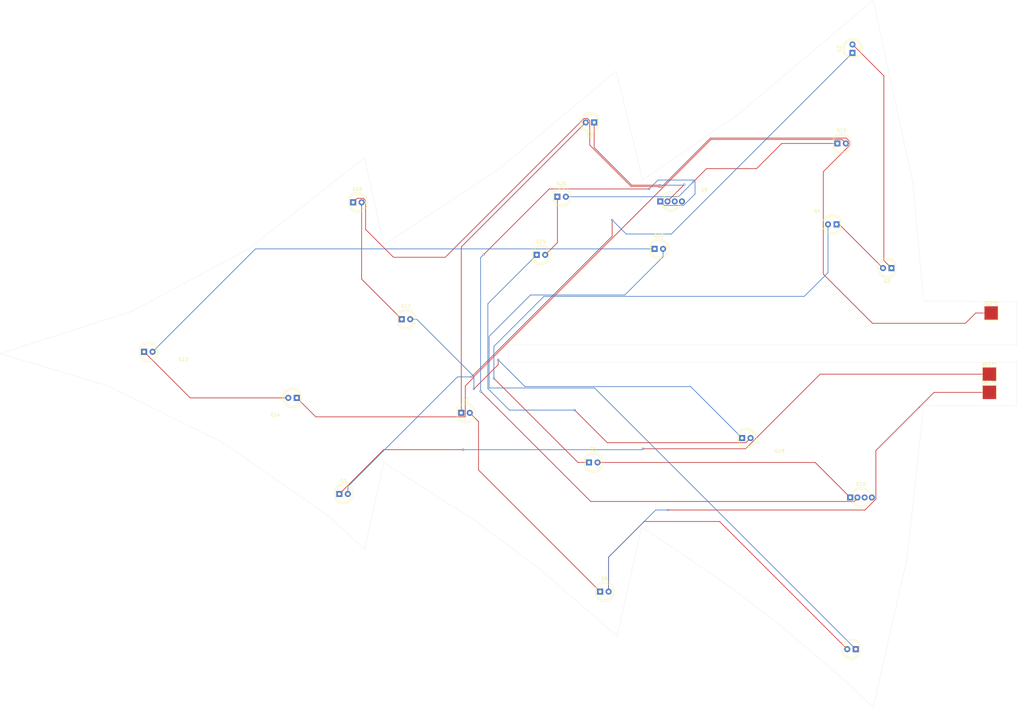
<source format=kicad_pcb>
(kicad_pcb (version 20241229) (generator "pcbnew") (generator_version "9.0")
  (layers (0 "F.Cu" signal) (2 "B.Cu" signal) (13 "F.Paste" user) (15 "B.Paste" user) (5 "F.SilkS" user "F.Silkscreen") (7 "B.SilkS" user "B.Silkscreen") (1 "F.Mask" user) (3 "B.Mask" user) (25 "Edge.Cuts" user))
  (net 0 "")
  (net 1 "Net-(G1-A)")
  (net 2 "Net-(G1-K)")
  (net 3 "Net-(G2-A)")
  (net 4 "Net-(G3-A)")
  (net 5 "Net-(G4-A)")
  (net 6 "Net-(G10-K)")
  (net 7 "Net-(G6-K)")
  (net 8 "Net-(G7-K)")
  (net 9 "Net-(G8-K)")
  (net 10 "Net-(G10-A)")
  (net 11 "Net-(G11-A)")
  (net 12 "Net-(G11-K)")
  (net 13 "Net-(G12-K)")
  (net 14 "Net-(G13-K)")
  (net 15 "Net-(G14-K)")
  (net 16 "Net-(G15-K)")
  (net 17 "Net-(G16-K)")
  (net 18 "Net-(G16-A)")
  (net 19 "Net-(G17-A)")
  (net 20 "Net-(G18-A)")
  (net 21 "Net-(G19-A)")
  (footprint "LED_THT:LED_D5.0mm_Clear" (layer "F.Cu") (at 246.16 26.43)
    (property "Reference" "G15" (at 1.27 -3.96 0) (layer "F.SilkS"))
    (property "Value" "LED")
    (fp_line (start -1.29 -1.545) (end -1.29 1.545) (stroke (width 0.12)) (layer "F.SilkS"))
    (fp_arc (start -1.29 -1.54483) (mid 2.071779 -2.880495) (end 4.26 0) (stroke (width 0.12)) (layer "F.SilkS"))
    (fp_arc (start 4.26 0) (mid 2.071779 2.880495) (end -1.29 1.54483) (stroke (width 0.12)) (layer "F.SilkS"))
    (fp_circle (center 1.27 0) (end 3.77 0) (stroke (width 0.12)) (fill no) (layer "F.SilkS"))
    (pad "1" thru_hole rect (at 0 0) (size 1.8 1.8) (drill 0.9) (layers "*.Cu" "*.Mask") (net 16 "Net-(G15-K)"))
    (pad "2" thru_hole circle (at 2.54 0) (size 1.8 1.8) (drill 0.9) (layers "*.Cu" "*.Mask") (net 15 "Net-(G14-K)"))
  )
  (footprint "TestPoint:TestPoint_Pad_4.0x4.0mm" (layer "F.Cu") (at 291.7 100.97)
    (property "Reference" "REF**" (at 0 -2.898 0) (layer "F.SilkS"))
    (property "Value" "TestPoint_Pad_4.0x4.0mm")
    (fp_line (start -2.2 -2.2) (end 2.2 -2.2) (stroke (width 0.12)) (layer "F.SilkS"))
    (fp_line (start -2.2 2.2) (end -2.2 -2.2) (stroke (width 0.12)) (layer "F.SilkS"))
    (fp_line (start 2.2 -2.2) (end 2.2 2.2) (stroke (width 0.12)) (layer "F.SilkS"))
    (fp_line (start 2.2 2.2) (end -2.2 2.2) (stroke (width 0.12)) (layer "F.SilkS"))
    (pad "1" smd rect (at 0 0) (size 4 4) (layers "F.Cu" "F.Mask") (net 11 "Net-(G11-A)"))
  )
  (footprint "TestPoint:TestPoint_Pad_4.0x4.0mm" (layer "F.Cu") (at 292.21 77.2)
    (property "Reference" "REF**" (at 0 -2.898 0) (layer "F.SilkS"))
    (property "Value" "TestPoint_Pad_4.0x4.0mm")
    (fp_line (start -2.2 -2.2) (end 2.2 -2.2) (stroke (width 0.12)) (layer "F.SilkS"))
    (fp_line (start -2.2 2.2) (end -2.2 -2.2) (stroke (width 0.12)) (layer "F.SilkS"))
    (fp_line (start 2.2 -2.2) (end 2.2 2.2) (stroke (width 0.12)) (layer "F.SilkS"))
    (fp_line (start 2.2 2.2) (end -2.2 2.2) (stroke (width 0.12)) (layer "F.SilkS"))
    (pad "1" smd rect (at 0 0) (size 4 4) (layers "F.Cu" "F.Mask") (net 17 "Net-(G16-K)"))
  )
  (footprint "LED_THT:LED_D5.0mm_Clear" (layer "F.Cu") (at 162.3 42.39)
    (property "Reference" "G20" (at 1.27 -3.96 0) (layer "F.SilkS"))
    (property "Value" "LED")
    (fp_line (start -1.29 -1.545) (end -1.29 1.545) (stroke (width 0.12)) (layer "F.SilkS"))
    (fp_arc (start -1.29 -1.54483) (mid 2.071779 -2.880495) (end 4.26 0) (stroke (width 0.12)) (layer "F.SilkS"))
    (fp_arc (start 4.26 0) (mid 2.071779 2.880495) (end -1.29 1.54483) (stroke (width 0.12)) (layer "F.SilkS"))
    (fp_circle (center 1.27 0) (end 3.77 0) (stroke (width 0.12)) (fill no) (layer "F.SilkS"))
    (pad "1" thru_hole rect (at 0 0) (size 1.8 1.8) (drill 0.9) (layers "*.Cu" "*.Mask") (net 21 "Net-(G19-A)"))
    (pad "2" thru_hole circle (at 2.54 0) (size 1.8 1.8) (drill 0.9) (layers "*.Cu" "*.Mask") (net 16 "Net-(G15-K)"))
  )
  (footprint "LED_THT:LED_D5.0mm_Clear" (layer "F.Cu") (at 156.12 59.79)
    (property "Reference" "G19" (at 1.27 -3.96 0) (layer "F.SilkS"))
    (property "Value" "LED")
    (fp_line (start -1.29 -1.545) (end -1.29 1.545) (stroke (width 0.12)) (layer "F.SilkS"))
    (fp_arc (start -1.29 -1.54483) (mid 2.071779 -2.880495) (end 4.26 0) (stroke (width 0.12)) (layer "F.SilkS"))
    (fp_arc (start 4.26 0) (mid 2.071779 2.880495) (end -1.29 1.54483) (stroke (width 0.12)) (layer "F.SilkS"))
    (fp_circle (center 1.27 0) (end 3.77 0) (stroke (width 0.12)) (fill no) (layer "F.SilkS"))
    (pad "1" thru_hole rect (at 0 0) (size 1.8 1.8) (drill 0.9) (layers "*.Cu" "*.Mask") (net 20 "Net-(G18-A)"))
    (pad "2" thru_hole circle (at 2.54 0) (size 1.8 1.8) (drill 0.9) (layers "*.Cu" "*.Mask") (net 21 "Net-(G19-A)"))
  )
  (footprint "LED_THT:LED_D5.0mm_Clear" (layer "F.Cu") (at 173.34 20.13 180)
    (property "Reference" "G8" (at 1.27 -3.96 0) (layer "F.SilkS"))
    (property "Value" "LED")
    (fp_line (start -1.29 -1.545) (end -1.29 1.545) (stroke (width 0.12)) (layer "F.SilkS"))
    (fp_arc (start 4.26 0) (mid 2.071779 2.880495) (end -1.29 1.54483) (stroke (width 0.12)) (layer "F.SilkS"))
    (fp_arc (start -1.29 -1.54483) (mid 2.071779 -2.880495) (end 4.26 0) (stroke (width 0.12)) (layer "F.SilkS"))
    (fp_circle (center 1.27 0) (end 3.77 0) (stroke (width 0.12)) (fill no) (layer "F.SilkS"))
    (pad "1" thru_hole rect (at 0 0 180) (size 1.8 1.8) (drill 0.9) (layers "*.Cu" "*.Mask") (net 9 "Net-(G8-K)"))
    (pad "2" thru_hole circle (at 2.54 0 180) (size 1.8 1.8) (drill 0.9) (layers "*.Cu" "*.Mask") (net 8 "Net-(G7-K)"))
  )
  (footprint "LED_THT:LED_D5.0mm_Clear" (layer "F.Cu") (at 97.02 131.4)
    (property "Reference" "G1" (at 1.27 -3.96 0) (layer "F.SilkS"))
    (property "Value" "LED")
    (fp_line (start -1.29 -1.545) (end -1.29 1.545) (stroke (width 0.12)) (layer "F.SilkS"))
    (fp_arc (start -1.29 -1.54483) (mid 2.071779 -2.880495) (end 4.26 0) (stroke (width 0.12)) (layer "F.SilkS"))
    (fp_arc (start 4.26 0) (mid 2.071779 2.880495) (end -1.29 1.54483) (stroke (width 0.12)) (layer "F.SilkS"))
    (fp_circle (center 1.27 0) (end 3.77 0) (stroke (width 0.12)) (fill no) (layer "F.SilkS"))
    (pad "1" thru_hole rect (at 0 0) (size 1.8 1.8) (drill 0.9) (layers "*.Cu" "*.Mask") (net 2 "Net-(G1-K)"))
    (pad "2" thru_hole circle (at 2.54 0) (size 1.8 1.8) (drill 0.9) (layers "*.Cu" "*.Mask") (net 1 "Net-(G1-A)"))
  )
  (footprint "LED_THT:LED_D5.0mm_Clear" (layer "F.Cu") (at 217.63 114.65)
    (property "Reference" "G18" (at 11.26 3.89 0) (layer "F.SilkS"))
    (property "Value" "LED")
    (fp_line (start -1.29 -1.545) (end -1.29 1.545) (stroke (width 0.12)) (layer "F.SilkS"))
    (fp_arc (start -1.29 -1.54483) (mid 2.071779 -2.880495) (end 4.26 0) (stroke (width 0.12)) (layer "F.SilkS"))
    (fp_arc (start 4.26 0) (mid 2.071779 2.880495) (end -1.29 1.54483) (stroke (width 0.12)) (layer "F.SilkS"))
    (fp_circle (center 1.27 0) (end 3.77 0) (stroke (width 0.12)) (fill no) (layer "F.SilkS"))
    (pad "1" thru_hole rect (at 0 0) (size 1.8 1.8) (drill 0.9) (layers "*.Cu" "*.Mask") (net 19 "Net-(G17-A)"))
    (pad "2" thru_hole circle (at 2.54 0) (size 1.8 1.8) (drill 0.9) (layers "*.Cu" "*.Mask") (net 20 "Net-(G18-A)"))
  )
  (footprint "LED_THT:LED_D5.0mm_Clear" (layer "F.Cu") (at 38.545 88.82)
    (property "Reference" "G13" (at 11.735 2.29 0) (layer "F.SilkS"))
    (property "Value" "LED")
    (fp_line (start -1.29 -1.545) (end -1.29 1.545) (stroke (width 0.12)) (layer "F.SilkS"))
    (fp_arc (start -1.29 -1.54483) (mid 2.071779 -2.880495) (end 4.26 0) (stroke (width 0.12)) (layer "F.SilkS"))
    (fp_arc (start 4.26 0) (mid 2.071779 2.880495) (end -1.29 1.54483) (stroke (width 0.12)) (layer "F.SilkS"))
    (fp_circle (center 1.27 0) (end 3.77 0) (stroke (width 0.12)) (fill no) (layer "F.SilkS"))
    (pad "1" thru_hole rect (at 0 0) (size 1.8 1.8) (drill 0.9) (layers "*.Cu" "*.Mask") (net 14 "Net-(G13-K)"))
    (pad "2" thru_hole circle (at 2.54 0) (size 1.8 1.8) (drill 0.9) (layers "*.Cu" "*.Mask") (net 13 "Net-(G12-K)"))
  )
  (footprint "LED_THT:LED_D5.0mm_Clear" (layer "F.Cu") (at 191.42 58)
    (property "Reference" "G12" (at 1.27 -3.96 0) (layer "F.SilkS"))
    (property "Value" "LED")
    (fp_line (start -1.29 -1.545) (end -1.29 1.545) (stroke (width 0.12)) (layer "F.SilkS"))
    (fp_arc (start -1.29 -1.54483) (mid 2.071779 -2.880495) (end 4.26 0) (stroke (width 0.12)) (layer "F.SilkS"))
    (fp_arc (start 4.26 0) (mid 2.071779 2.880495) (end -1.29 1.54483) (stroke (width 0.12)) (layer "F.SilkS"))
    (fp_circle (center 1.27 0) (end 3.77 0) (stroke (width 0.12)) (fill no) (layer "F.SilkS"))
    (pad "1" thru_hole rect (at 0 0) (size 1.8 1.8) (drill 0.9) (layers "*.Cu" "*.Mask") (net 13 "Net-(G12-K)"))
    (pad "2" thru_hole circle (at 2.54 0) (size 1.8 1.8) (drill 0.9) (layers "*.Cu" "*.Mask") (net 12 "Net-(G11-K)"))
  )
  (footprint "TestPoint:TestPoint_Pad_4.0x4.0mm" (layer "F.Cu") (at 291.69 95.53)
    (property "Reference" "REF**" (at 0 -2.898 0) (layer "F.SilkS"))
    (property "Value" "TestPoint_Pad_4.0x4.0mm")
    (fp_line (start -2.2 -2.2) (end 2.2 -2.2) (stroke (width 0.12)) (layer "F.SilkS"))
    (fp_line (start -2.2 2.2) (end -2.2 -2.2) (stroke (width 0.12)) (layer "F.SilkS"))
    (fp_line (start 2.2 -2.2) (end 2.2 2.2) (stroke (width 0.12)) (layer "F.SilkS"))
    (fp_line (start 2.2 2.2) (end -2.2 2.2) (stroke (width 0.12)) (layer "F.SilkS"))
    (pad "1" smd rect (at 0 0) (size 4 4) (layers "F.Cu" "F.Mask") (net 2 "Net-(G1-K)"))
  )
  (footprint "LED_THT:LED_D5.0mm_Clear" (layer "F.Cu") (at 101.15 44.06)
    (property "Reference" "G16" (at 1.27 -3.96 0) (layer "F.SilkS"))
    (property "Value" "LED")
    (fp_line (start -1.29 -1.545) (end -1.29 1.545) (stroke (width 0.12)) (layer "F.SilkS"))
    (fp_arc (start -1.29 -1.54483) (mid 2.071779 -2.880495) (end 4.26 0) (stroke (width 0.12)) (layer "F.SilkS"))
    (fp_arc (start 4.26 0) (mid 2.071779 2.880495) (end -1.29 1.54483) (stroke (width 0.12)) (layer "F.SilkS"))
    (fp_circle (center 1.27 0) (end 3.77 0) (stroke (width 0.12)) (fill no) (layer "F.SilkS"))
    (pad "1" thru_hole rect (at 0 0) (size 1.8 1.8) (drill 0.9) (layers "*.Cu" "*.Mask") (net 17 "Net-(G16-K)"))
    (pad "2" thru_hole circle (at 2.54 0) (size 1.8 1.8) (drill 0.9) (layers "*.Cu" "*.Mask") (net 18 "Net-(G16-A)"))
  )
  (footprint "LED_THT:LED_D5.0mm_Clear" (layer "F.Cu") (at 115.695 79.07)
    (property "Reference" "G17" (at 1.27 -3.96 0) (layer "F.SilkS"))
    (property "Value" "LED")
    (fp_line (start -1.29 -1.545) (end -1.29 1.545) (stroke (width 0.12)) (layer "F.SilkS"))
    (fp_arc (start -1.29 -1.54483) (mid 2.071779 -2.880495) (end 4.26 0) (stroke (width 0.12)) (layer "F.SilkS"))
    (fp_arc (start 4.26 0) (mid 2.071779 2.880495) (end -1.29 1.54483) (stroke (width 0.12)) (layer "F.SilkS"))
    (fp_circle (center 1.27 0) (end 3.77 0) (stroke (width 0.12)) (fill no) (layer "F.SilkS"))
    (pad "1" thru_hole rect (at 0 0) (size 1.8 1.8) (drill 0.9) (layers "*.Cu" "*.Mask") (net 18 "Net-(G16-A)"))
    (pad "2" thru_hole circle (at 2.54 0) (size 1.8 1.8) (drill 0.9) (layers "*.Cu" "*.Mask") (net 19 "Net-(G17-A)"))
  )
  (footprint "LED_THT:LED_D5.0mm-4_RGB_Wide_Pins" (layer "F.Cu") (at 250.003 132.44)
    (property "Reference" "G10" (at 3.2385 -3.96 0) (layer "F.SilkS"))
    (property "Value" "LED")
    (fp_line (start 0.6785 -1.545) (end 0.6785 -1.08) (stroke (width 0.12)) (layer "F.SilkS"))
    (fp_line (start 0.6785 1.08) (end 0.6785 1.545) (stroke (width 0.12)) (layer "F.SilkS"))
    (fp_arc (start 0.6785 -1.54483) (mid 3.496956 -2.978809) (end 6.026315 -1.080827) (stroke (width 0.12)) (layer "F.SilkS"))
    (fp_arc (start 0.983816 -1.08) (mid 3.238262 -2.5) (end 5.492979 -1.080429) (stroke (width 0.12)) (layer "F.SilkS"))
    (fp_arc (start 5.492979 1.080429) (mid 3.238262 2.5) (end 0.983816 1.08) (stroke (width 0.12)) (layer "F.SilkS"))
    (fp_arc (start 6.026315 1.080827) (mid 3.496956 2.978808) (end 0.6785 1.54483) (stroke (width 0.12)) (layer "F.SilkS"))
    (pad "1" thru_hole rect (at 0 0) (size 1.8 1.8) (drill 0.9) (layers "*.Cu" "*.Mask") (net 6 "Net-(G10-K)"))
    (pad "2" thru_hole circle (at 2.159 0) (size 1.8 1.8) (drill 0.9) (layers "*.Cu" "*.Mask") (net 10 "Net-(G10-A)"))
    (pad "3" thru_hole circle (at 4.318 0) (size 1.8 1.8) (drill 0.9) (layers "*.Cu" "*.Mask"))
    (pad "4" thru_hole circle (at 6.477 0) (size 1.8 1.8) (drill 0.9) (layers "*.Cu" "*.Mask"))
  )
  (footprint "LED_THT:LED_D5.0mm-4_RGB_Wide_Pins" (layer "F.Cu") (at 193.13 43.78)
    (property "Reference" "G9" (at 13.167 -3.53 0) (layer "F.SilkS"))
    (property "Value" "LED")
    (fp_line (start 0.6785 -1.545) (end 0.6785 -1.08) (stroke (width 0.12)) (layer "F.SilkS"))
    (fp_line (start 0.6785 1.08) (end 0.6785 1.545) (stroke (width 0.12)) (layer "F.SilkS"))
    (fp_arc (start 0.6785 -1.54483) (mid 3.496956 -2.978809) (end 6.026315 -1.080827) (stroke (width 0.12)) (layer "F.SilkS"))
    (fp_arc (start 0.983816 -1.08) (mid 3.238262 -2.5) (end 5.492979 -1.080429) (stroke (width 0.12)) (layer "F.SilkS"))
    (fp_arc (start 5.492979 1.080429) (mid 3.238262 2.5) (end 0.983816 1.08) (stroke (width 0.12)) (layer "F.SilkS"))
    (fp_arc (start 6.026315 1.080827) (mid 3.496956 2.978808) (end 0.6785 1.54483) (stroke (width 0.12)) (layer "F.SilkS"))
    (pad "1" thru_hole rect (at 0 0) (size 1.8 1.8) (drill 0.9) (layers "*.Cu" "*.Mask") (net 10 "Net-(G10-A)"))
    (pad "2" thru_hole circle (at 2.159 0) (size 1.8 1.8) (drill 0.9) (layers "*.Cu" "*.Mask") (net 9 "Net-(G8-K)"))
    (pad "3" thru_hole circle (at 4.318 0) (size 1.8 1.8) (drill 0.9) (layers "*.Cu" "*.Mask"))
    (pad "4" thru_hole circle (at 6.477 0) (size 1.8 1.8) (drill 0.9) (layers "*.Cu" "*.Mask"))
  )
  (footprint "LED_THT:LED_D5.0mm_Clear" (layer "F.Cu") (at 251.66 177.88 180)
    (property "Reference" "G11" (hide yes))
    (property "Value" "LED")
    (fp_line (start -1.29 -1.545) (end -1.29 1.545) (stroke (width 0.12)) (layer "F.SilkS"))
    (fp_arc (start 4.26 0) (mid 2.071779 2.880495) (end -1.29 1.54483) (stroke (width 0.12)) (layer "F.SilkS"))
    (fp_arc (start -1.29 -1.54483) (mid 2.071779 -2.880495) (end 4.26 0) (stroke (width 0.12)) (layer "F.SilkS"))
    (fp_circle (center 1.27 0) (end 3.77 0) (stroke (width 0.12)) (fill no) (layer "F.SilkS"))
    (pad "1" thru_hole rect (at 0 0 180) (size 1.8 1.8) (drill 0.9) (layers "*.Cu" "*.Mask") (net 12 "Net-(G11-K)"))
    (pad "2" thru_hole circle (at 2.54 0 180) (size 1.8 1.8) (drill 0.9) (layers "*.Cu" "*.Mask") (net 11 "Net-(G11-A)"))
  )
  (footprint "LED_THT:LED_D5.0mm_Clear" (layer "F.Cu") (at 171.785 121.96)
    (property "Reference" "G5" (at 1.27 -3.96 0) (layer "F.SilkS"))
    (property "Value" "LED")
    (fp_line (start -1.29 -1.545) (end -1.29 1.545) (stroke (width 0.12)) (layer "F.SilkS"))
    (fp_arc (start -1.29 -1.54483) (mid 2.071779 -2.880495) (end 4.26 0) (stroke (width 0.12)) (layer "F.SilkS"))
    (fp_arc (start 4.26 0) (mid 2.071779 2.880495) (end -1.29 1.54483) (stroke (width 0.12)) (layer "F.SilkS"))
    (fp_circle (center 1.27 0) (end 3.77 0) (stroke (width 0.12)) (fill no) (layer "F.SilkS"))
    (pad "1" thru_hole rect (at 0 0) (size 1.8 1.8) (drill 0.9) (layers "*.Cu" "*.Mask") (net 5 "Net-(G4-A)"))
    (pad "2" thru_hole circle (at 2.54 0) (size 1.8 1.8) (drill 0.9) (layers "*.Cu" "*.Mask") (net 6 "Net-(G10-K)"))
  )
  (footprint "LED_THT:LED_D5.0mm_Clear" (layer "F.Cu") (at 262.355 63.76 180)
    (property "Reference" "G3" (at 1.27 -3.96 0) (layer "F.SilkS"))
    (property "Value" "LED")
    (fp_line (start -1.29 -1.545) (end -1.29 1.545) (stroke (width 0.12)) (layer "F.SilkS"))
    (fp_arc (start 4.26 0) (mid 2.071779 2.880495) (end -1.29 1.54483) (stroke (width 0.12)) (layer "F.SilkS"))
    (fp_arc (start -1.29 -1.54483) (mid 2.071779 -2.880495) (end 4.26 0) (stroke (width 0.12)) (layer "F.SilkS"))
    (fp_circle (center 1.27 0) (end 3.77 0) (stroke (width 0.12)) (fill no) (layer "F.SilkS"))
    (pad "1" thru_hole rect (at 0 0 180) (size 1.8 1.8) (drill 0.9) (layers "*.Cu" "*.Mask") (net 3 "Net-(G2-A)"))
    (pad "2" thru_hole circle (at 2.54 0 180) (size 1.8 1.8) (drill 0.9) (layers "*.Cu" "*.Mask") (net 4 "Net-(G3-A)"))
  )
  (footprint "LED_THT:LED_D5.0mm_Clear" (layer "F.Cu") (at 133.53 107.1)
    (property "Reference" "G7" (at 1.27 -3.96 0) (layer "F.SilkS"))
    (property "Value" "LED")
    (fp_line (start -1.29 -1.545) (end -1.29 1.545) (stroke (width 0.12)) (layer "F.SilkS"))
    (fp_arc (start -1.29 -1.54483) (mid 2.071779 -2.880495) (end 4.26 0) (stroke (width 0.12)) (layer "F.SilkS"))
    (fp_arc (start 4.26 0) (mid 2.071779 2.880495) (end -1.29 1.54483) (stroke (width 0.12)) (layer "F.SilkS"))
    (fp_circle (center 1.27 0) (end 3.77 0) (stroke (width 0.12)) (fill no) (layer "F.SilkS"))
    (pad "1" thru_hole rect (at 0 0) (size 1.8 1.8) (drill 0.9) (layers "*.Cu" "*.Mask") (net 8 "Net-(G7-K)"))
    (pad "2" thru_hole circle (at 2.54 0) (size 1.8 1.8) (drill 0.9) (layers "*.Cu" "*.Mask") (net 7 "Net-(G6-K)"))
  )
  (footprint "LED_THT:LED_D5.0mm_Clear" (layer "F.Cu") (at 245.9 50.66 180)
    (property "Reference" "G4" (at 5.79 4 0) (layer "F.SilkS"))
    (property "Value" "LED")
    (fp_line (start -1.29 -1.545) (end -1.29 1.545) (stroke (width 0.12)) (layer "F.SilkS"))
    (fp_arc (start 4.26 0) (mid 2.071779 2.880495) (end -1.29 1.54483) (stroke (width 0.12)) (layer "F.SilkS"))
    (fp_arc (start -1.29 -1.54483) (mid 2.071779 -2.880495) (end 4.26 0) (stroke (width 0.12)) (layer "F.SilkS"))
    (fp_circle (center 1.27 0) (end 3.77 0) (stroke (width 0.12)) (fill no) (layer "F.SilkS"))
    (pad "1" thru_hole rect (at 0 0 180) (size 1.8 1.8) (drill 0.9) (layers "*.Cu" "*.Mask") (net 4 "Net-(G3-A)"))
    (pad "2" thru_hole circle (at 2.54 0 180) (size 1.8 1.8) (drill 0.9) (layers "*.Cu" "*.Mask") (net 5 "Net-(G4-A)"))
  )
  (footprint "LED_THT:LED_D5.0mm_Clear" (layer "F.Cu") (at 250.67 -0.69 90)
    (property "Reference" "G2" (at 1.27 -3.96 90) (layer "F.SilkS"))
    (property "Value" "LED")
    (fp_line (start -1.29 -1.545) (end -1.29 1.545) (stroke (width 0.12)) (layer "F.SilkS"))
    (fp_arc (start -1.29 -1.54483) (mid 2.071779 -2.880495) (end 4.26 0) (stroke (width 0.12)) (layer "F.SilkS"))
    (fp_arc (start 4.26 0) (mid 2.071779 2.880495) (end -1.29 1.54483) (stroke (width 0.12)) (layer "F.SilkS"))
    (fp_circle (center 1.27 0) (end 3.77 0) (stroke (width 0.12)) (fill no) (layer "F.SilkS"))
    (pad "1" thru_hole rect (at 0 0 90) (size 1.8 1.8) (drill 0.9) (layers "*.Cu" "*.Mask") (net 1 "Net-(G1-A)"))
    (pad "2" thru_hole circle (at 2.54 0 90) (size 1.8 1.8) (drill 0.9) (layers "*.Cu" "*.Mask") (net 3 "Net-(G2-A)"))
  )
  (footprint "LED_THT:LED_D5.0mm_Clear" (layer "F.Cu") (at 84.27 102.62 180)
    (property "Reference" "G14" (at 6.45 -5.1 0) (layer "F.SilkS"))
    (property "Value" "LED")
    (fp_line (start -1.29 -1.545) (end -1.29 1.545) (stroke (width 0.12)) (layer "F.SilkS"))
    (fp_arc (start 4.26 0) (mid 2.071779 2.880495) (end -1.29 1.54483) (stroke (width 0.12)) (layer "F.SilkS"))
    (fp_arc (start -1.29 -1.54483) (mid 2.071779 -2.880495) (end 4.26 0) (stroke (width 0.12)) (layer "F.SilkS"))
    (fp_circle (center 1.27 0) (end 3.77 0) (stroke (width 0.12)) (fill no) (layer "F.SilkS"))
    (pad "1" thru_hole rect (at 0 0 180) (size 1.8 1.8) (drill 0.9) (layers "*.Cu" "*.Mask") (net 15 "Net-(G14-K)"))
    (pad "2" thru_hole circle (at 2.54 0 180) (size 1.8 1.8) (drill 0.9) (layers "*.Cu" "*.Mask") (net 14 "Net-(G13-K)"))
  )
  (footprint "LED_THT:LED_D5.0mm_Clear" (layer "F.Cu") (at 175.115 160.64)
    (property "Reference" "G6" (at 1.27 -3.96 0) (layer "F.SilkS"))
    (property "Value" "LED")
    (fp_line (start -1.29 -1.545) (end -1.29 1.545) (stroke (width 0.12)) (layer "F.SilkS"))
    (fp_arc (start -1.29 -1.54483) (mid 2.071779 -2.880495) (end 4.26 0) (stroke (width 0.12)) (layer "F.SilkS"))
    (fp_arc (start 4.26 0) (mid 2.071779 2.880495) (end -1.29 1.54483) (stroke (width 0.12)) (layer "F.SilkS"))
    (fp_circle (center 1.27 0) (end 3.77 0) (stroke (width 0.12)) (fill no) (layer "F.SilkS"))
    (pad "1" thru_hole rect (at 0 0) (size 1.8 1.8) (drill 0.9) (layers "*.Cu" "*.Mask") (net 7 "Net-(G6-K)"))
    (pad "2" thru_hole circle (at 2.54 0) (size 1.8 1.8) (drill 0.9) (layers "*.Cu" "*.Mask") (net 11 "Net-(G11-A)"))
  )
  (gr_line (start 267.11 150.31) (end 271.956967 104.974663) (stroke (width 0.05)) (layer "Edge.Cuts"))
  (gr_line (start 227.371147 169.378618) (end 247.036747 186.041205) (stroke (width 0.05)) (layer "Edge.Cuts"))
  (gr_line (start 299.82 104.967601) (end 299.921662 91.890104) (stroke (width 0.05)) (layer "Edge.Cuts"))
  (gr_line (start 271.956967 104.974663) (end 299.82 104.967601) (stroke (width 0.05)) (layer "Edge.Cuts"))
  (gr_line (start 268.714941 38.042121) (end 256.889828 -16.504378) (stroke (width 0.05)) (layer "Edge.Cuts"))
  (gr_line (start 299.921662 91.890104) (end 147.662769 91.890104) (stroke (width 0.05)) (layer "Edge.Cuts"))
  (gr_line (start 62.396386 116.150661) (end 94.072306 138.248644) (stroke (width 0.05)) (layer "Edge.Cuts"))
  (gr_line (start 256.903939 195.164005) (end 256.889828 195.226021) (stroke (width 0.05)) (layer "Edge.Cuts"))
  (gr_line (start 271.993677 73.711477) (end 299.907551 73.77) (stroke (width 0.05)) (layer "Edge.Cuts"))
  (gr_line (start 156.930248 153.839661) (end 180.2 173.953269) (stroke (width 0.05)) (layer "Edge.Cuts"))
  (gr_line (start 216.391384 17.769747) (end 187.83 37.41) (stroke (width 0.05)) (layer "Edge.Cuts"))
  (gr_line (start 299.907551 73.77) (end 299.921662 86.51) (stroke (width 0.05)) (layer "Edge.Cuts"))
  (gr_line (start 299.921662 86.778358) (end 147.662769 86.778358) (stroke (width 0.05)) (layer "Edge.Cuts"))
  (gr_line (start 187.83 37.41) (end 179.927832 4.725787) (stroke (width 0.05)) (layer "Edge.Cuts"))
  (gr_line (start 110.310656 56.753446) (end 144.981666 33.953417) (stroke (width 0.05)) (layer "Edge.Cuts"))
  (gr_line (start 94.072306 138.248644) (end 104.588611 147.963531) (stroke (width 0.05)) (layer "Edge.Cuts"))
  (gr_line (start 70.12928 57.810014) (end 34.929103 76.685391) (stroke (width 0.05)) (layer "Edge.Cuts"))
  (gr_line (start 110.310656 56.753446) (end 104.574486 30.651422) (stroke (width 0.05)) (layer "Edge.Cuts"))
  (gr_line (start 137.740899 139.490429) (end 156.930248 153.839661) (stroke (width 0.05)) (layer "Edge.Cuts"))
  (gr_line (start 27.534895 98.94566) (end 62.396386 116.150661) (stroke (width 0.05)) (layer "Edge.Cuts"))
  (gr_line (start 256.903939 195.164005) (end 267.11 150.31) (stroke (width 0.05)) (layer "Edge.Cuts"))
  (gr_line (start 247.036747 186.041205) (end 256.889828 195.226021) (stroke (width 0.05)) (layer "Edge.Cuts"))
  (gr_line (start 34.929103 76.685391) (end -4.582008 89.367778) (stroke (width 0.05)) (layer "Edge.Cuts"))
  (gr_line (start 180.2 173.953269) (end 187.523696 141.286056) (stroke (width 0.05)) (layer "Edge.Cuts"))
  (gr_line (start 110.324781 121.911528) (end 137.740899 139.490429) (stroke (width 0.05)) (layer "Edge.Cuts"))
  (gr_line (start 179.927832 4.725787) (end 144.981666 33.953417) (stroke (width 0.05)) (layer "Edge.Cuts"))
  (gr_line (start 104.574486 30.651422) (end 70.12928 57.810014) (stroke (width 0.05)) (layer "Edge.Cuts"))
  (gr_line (start 147.662769 91.890104) (end 147.662769 86.778358) (stroke (width 0.05)) (layer "Edge.Cuts"))
  (gr_line (start 271.993677 73.711477) (end 268.714941 38.042121) (stroke (width 0.05)) (layer "Edge.Cuts"))
  (gr_line (start 299.921662 86.51) (end 299.921662 86.778358) (stroke (width 0.05)) (layer "Edge.Cuts"))
  (gr_line (start -4.582008 89.367778) (end 27.534895 98.94566) (stroke (width 0.05)) (layer "Edge.Cuts"))
  (gr_line (start 211.829524 157.577352) (end 227.371147 169.378618) (stroke (width 0.05)) (layer "Edge.Cuts"))
  (gr_line (start 216.391384 17.769747) (end 217.36 16.95) (stroke (width 0.05)) (layer "Edge.Cuts"))
  (gr_line (start 104.588611 147.963531) (end 110.324781 121.911528) (stroke (width 0.05)) (layer "Edge.Cuts"))
  (gr_line (start 187.523696 141.286056) (end 211.829524 157.577352) (stroke (width 0.05)) (layer "Edge.Cuts"))
  (gr_line (start 256.889828 -16.504378) (end 217.36 16.95) (stroke (width 0.05)) (layer "Edge.Cuts"))
  (segment (start 178.72 54.2) (end 136.59 96.33) (width 0.2) (layer "F.Cu") (net 1))
  (segment (start 178.72 49.36) (end 178.72 54.2) (width 0.2) (layer "F.Cu") (net 1))
  (via (at 136.59 96.33) (size 0.6) (drill 0.3) (layers "F.Cu" "B.Cu") (net 1))
  (via (at 178.72 49.36) (size 0.6) (drill 0.3) (layers "F.Cu" "B.Cu") (net 1))
  (segment (start 99.56 129.15) (end 99.56 131.4) (width 0.2) (layer "B.Cu") (net 1))
  (segment (start 136.59 96.33) (end 132.38 96.33) (width 0.2) (layer "B.Cu") (net 1))
  (segment (start 182.91 53.55) (end 178.72 49.36) (width 0.2) (layer "B.Cu") (net 1))
  (segment (start 250.67 -0.69) (end 196.43 53.55) (width 0.2) (layer "B.Cu") (net 1))
  (segment (start 196.43 53.55) (end 182.91 53.55) (width 0.2) (layer "B.Cu") (net 1))
  (segment (start 132.38 96.33) (end 99.56 129.15) (width 0.2) (layer "B.Cu") (net 1))
  (segment (start 291.44 95.4) (end 291.46 95.4) (width 0.2) (layer "F.Cu") (net 2))
  (segment (start 187.95 117.86) (end 218.658471 117.86) (width 0.2) (layer "F.Cu") (net 2))
  (segment (start 97.02 131.4) (end 110.28 118.14) (width 0.2) (layer "F.Cu") (net 2))
  (segment (start 240.988471 95.53) (end 291.69 95.53) (width 0.2) (layer "F.Cu") (net 2))
  (segment (start 110.28 118.14) (end 134.08 118.14) (width 0.2) (layer "F.Cu") (net 2))
  (segment (start 218.658471 117.86) (end 240.988471 95.53) (width 0.2) (layer "F.Cu") (net 2))
  (via (at 134.08 118.14) (size 0.6) (drill 0.3) (layers "F.Cu" "B.Cu") (net 2))
  (via (at 187.95 117.86) (size 0.6) (drill 0.3) (layers "F.Cu" "B.Cu") (net 2))
  (segment (start 187.67 118.14) (end 187.95 117.86) (width 0.2) (layer "B.Cu") (net 2))
  (segment (start 134.08 118.14) (end 187.67 118.14) (width 0.2) (layer "B.Cu") (net 2))
  (segment (start 260.07 6.17) (end 250.67 -3.23) (width 0.2) (layer "F.Cu") (net 3))
  (segment (start 260.07 61.475) (end 260.07 6.17) (width 0.2) (layer "F.Cu") (net 3))
  (segment (start 262.355 63.76) (end 260.07 61.475) (width 0.2) (layer "F.Cu") (net 3))
  (segment (start 259.815 63.76) (end 246.715 50.66) (width 0.2) (layer "F.Cu") (net 4))
  (segment (start 246.715 50.66) (end 245.9 50.66) (width 0.2) (layer "F.Cu") (net 4))
  (segment (start 171.785 121.96) (end 168.47 121.96) (width 0.2) (layer "F.Cu") (net 5))
  (segment (start 168.47 121.96) (end 143.29 96.78) (width 0.2) (layer "F.Cu") (net 5))
  (via (at 143.29 96.78) (size 0.6) (drill 0.3) (layers "F.Cu" "B.Cu") (net 5))
  (segment (start 158.289 72.211) (end 236.27 72.211) (width 0.2) (layer "B.Cu") (net 5))
  (segment (start 243.36 65.121) (end 243.36 50.66) (width 0.2) (layer "B.Cu") (net 5))
  (segment (start 143.29 87.21) (end 158.289 72.211) (width 0.2) (layer "B.Cu") (net 5))
  (segment (start 236.27 72.211) (end 243.36 65.121) (width 0.2) (layer "B.Cu") (net 5))
  (segment (start 143.29 96.78) (end 143.29 87.21) (width 0.2) (layer "B.Cu") (net 5))
  (segment (start 239.523 121.96) (end 250.003 132.44) (width 0.2) (layer "F.Cu") (net 6))
  (segment (start 174.325 121.96) (end 239.523 121.96) (width 0.2) (layer "F.Cu") (net 6))
  (segment (start 138.7 109.73) (end 136.07 107.1) (width 0.2) (layer "F.Cu") (net 7))
  (segment (start 138.7 124.225) (end 138.7 109.73) (width 0.2) (layer "F.Cu") (net 7))
  (segment (start 175.115 160.64) (end 138.7 124.225) (width 0.2) (layer "F.Cu") (net 7))
  (segment (start 133.53 57.4) (end 170.8 20.13) (width 0.2) (layer "F.Cu") (net 8))
  (segment (start 133.53 107.1) (end 133.53 57.4) (width 0.2) (layer "F.Cu") (net 8))
  (segment (start 200.33 38.72) (end 195.289 43.761) (width 0.2) (layer "F.Cu") (net 9))
  (segment (start 173.34 27.68) (end 184.59 38.93) (width 0.2) (layer "F.Cu") (net 9))
  (segment (start 184.59 38.93) (end 193 38.93) (width 0.2) (layer "F.Cu") (net 9))
  (segment (start 195.289 43.761) (end 195.289 43.78) (width 0.2) (layer "F.Cu") (net 9))
  (segment (start 173.34 20.13) (end 173.34 27.68) (width 0.2) (layer "F.Cu") (net 9))
  (via (at 193 38.93) (size 0.6) (drill 0.3) (layers "F.Cu" "B.Cu") (net 9))
  (via (at 200.33 38.72) (size 0.6) (drill 0.3) (layers "F.Cu" "B.Cu") (net 9))
  (segment (start 193 38.93) (end 200.12 38.93) (width 0.2) (layer "B.Cu") (net 9))
  (segment (start 200.12 38.93) (end 200.33 38.72) (width 0.2) (layer "B.Cu") (net 9))
  (segment (start 251.204 133.641) (end 172.291 133.641) (width 0.2) (layer "F.Cu") (net 10))
  (segment (start 252.162 132.683) (end 251.204 133.641) (width 0.2) (layer "F.Cu") (net 10))
  (segment (start 252.162 132.44) (end 252.162 132.683) (width 0.2) (layer "F.Cu") (net 10))
  (segment (start 159.88 40.05) (end 189.79 40.05) (width 0.2) (layer "F.Cu") (net 10))
  (segment (start 140.24 59.69) (end 159.88 40.05) (width 0.2) (layer "F.Cu") (net 10))
  (segment (start 172.291 133.641) (end 139.32 100.67) (width 0.2) (layer "F.Cu") (net 10))
  (via (at 139.32 100.67) (size 0.6) (drill 0.3) (layers "F.Cu" "B.Cu") (net 10))
  (via (at 189.79 40.05) (size 0.6) (drill 0.3) (layers "F.Cu" "B.Cu") (net 10))
  (via (at 140.24 59.69) (size 0.6) (drill 0.3) (layers "F.Cu" "B.Cu") (net 10))
  (segment (start 139.32 60.61) (end 140.24 59.69) (width 0.2) (layer "B.Cu") (net 10))
  (segment (start 203.188943 37.399) (end 203.541 37.751057) (width 0.2) (layer "B.Cu") (net 10))
  (segment (start 200.104471 44.981) (end 194.331 44.981) (width 0.2) (layer "B.Cu") (net 10))
  (segment (start 194.331 44.981) (end 193.13 43.78) (width 0.2) (layer "B.Cu") (net 10))
  (segment (start 189.79 40.05) (end 192.441 37.399) (width 0.2) (layer "B.Cu") (net 10))
  (segment (start 192.441 37.399) (end 203.188943 37.399) (width 0.2) (layer "B.Cu") (net 10))
  (segment (start 139.32 100.67) (end 139.32 60.61) (width 0.2) (layer "B.Cu") (net 10))
  (segment (start 203.541 37.751057) (end 203.541 41.544471) (width 0.2) (layer "B.Cu") (net 10))
  (segment (start 203.541 41.544471) (end 200.104471 44.981) (width 0.2) (layer "B.Cu") (net 10))
  (segment (start 291.56 99.52) (end 291.26 99.52) (width 0.2) (layer "F.Cu") (net 11))
  (segment (start 270.772022 105.292022) (end 270.539414 105.524629) (width 0.2) (layer "F.Cu") (net 11))
  (segment (start 249.12 177.88) (end 210.88 139.64) (width 0.2) (layer "F.Cu") (net 11))
  (segment (start 210.88 139.64) (end 188.319251 139.64) (width 0.2) (layer "F.Cu") (net 11))
  (segment (start 254.408471 136.21) (end 257.681 132.937471) (width 0.2) (layer "F.Cu") (net 11))
  (segment (start 291.7 100.97) (end 275.094043 100.97) (width 0.2) (layer "F.Cu") (net 11))
  (segment (start 257.681 132.937471) (end 257.681 118.383044) (width 0.2) (layer "F.Cu") (net 11))
  (segment (start 257.681 118.383044) (end 270.772022 105.292022) (width 0.2) (layer "F.Cu") (net 11))
  (segment (start 188.319251 139.64) (end 177.655 150.304251) (width 0.2) (layer "F.Cu") (net 11))
  (segment (start 275.094043 100.97) (end 270.772022 105.292022) (width 0.2) (layer "F.Cu") (net 11))
  (segment (start 195.41 136.21) (end 254.408471 136.21) (width 0.2) (layer "F.Cu") (net 11))
  (segment (start 177.655 150.304251) (end 177.655 160.64) (width 0.2) (layer "F.Cu") (net 11))
  (via (at 195.41 136.21) (size 0.6) (drill 0.3) (layers "F.Cu" "B.Cu") (net 11))
  (segment (start 191.749251 136.21) (end 195.41 136.21) (width 0.2) (layer "B.Cu") (net 11))
  (segment (start 177.655 150.304251) (end 191.749251 136.21) (width 0.2) (layer "B.Cu") (net 11))
  (segment (start 177.655 160.64) (end 177.655 150.304251) (width 0.2) (layer "B.Cu") (net 11))
  (segment (start 141.88 99.65) (end 141.88 84.2) (width 0.2) (layer "B.Cu") (net 12))
  (segment (start 154.27 71.81) (end 182.52 71.81) (width 0.2) (layer "B.Cu") (net 12))
  (segment (start 141.88 84.2) (end 154.27 71.81) (width 0.2) (layer "B.Cu") (net 12))
  (segment (start 193.96 60.37) (end 193.96 58) (width 0.2) (layer "B.Cu") (net 12))
  (segment (start 251.66 177.88) (end 173.43 99.65) (width 0.2) (layer "B.Cu") (net 12))
  (segment (start 182.52 71.81) (end 193.96 60.37) (width 0.2) (layer "B.Cu") (net 12))
  (segment (start 173.43 99.65) (end 141.88 99.65) (width 0.2) (layer "B.Cu") (net 12))
  (segment (start 71.905 58) (end 41.085 88.82) (width 0.2) (layer "B.Cu") (net 13))
  (segment (start 191.42 58) (end 71.905 58) (width 0.2) (layer "B.Cu") (net 13))
  (segment (start 38.545 88.82) (end 52.345 102.62) (width 0.2) (layer "F.Cu") (net 14))
  (segment (start 52.345 102.62) (end 81.73 102.62) (width 0.2) (layer "F.Cu") (net 14))
  (segment (start 134.731 108.301) (end 134.731 99.038943) (width 0.2) (layer "F.Cu") (net 15))
  (segment (start 134.731 99.038943) (end 137.191 96.578943) (width 0.2) (layer "F.Cu") (net 15))
  (segment (start 89.951 108.301) (end 134.731 108.301) (width 0.2) (layer "F.Cu") (net 15))
  (segment (start 247.499 25.229) (end 248.7 26.43) (width 0.2) (layer "F.Cu") (net 15))
  (segment (start 208.302869 25.229) (end 247.499 25.229) (width 0.2) (layer "F.Cu") (net 15))
  (segment (start 84.27 102.62) (end 89.951 108.301) (width 0.2) (layer "F.Cu") (net 15))
  (segment (start 137.191 96.340869) (end 208.302869 25.229) (width 0.2) (layer "F.Cu") (net 15))
  (segment (start 137.191 96.578943) (end 137.191 96.340869) (width 0.2) (layer "F.Cu") (net 15))
  (segment (start 246.16 26.43) (end 229.5 26.43) (width 0.2) (layer "F.Cu") (net 16))
  (segment (start 229.5 26.43) (end 221.95 33.98) (width 0.2) (layer "F.Cu") (net 16))
  (segment (start 206.96 33.98) (end 202.94 38) (width 0.2) (layer "F.Cu") (net 16))
  (segment (start 221.95 33.98) (end 206.96 33.98) (width 0.2) (layer "F.Cu") (net 16))
  (via (at 202.94 38) (size 0.6) (drill 0.3) (layers "F.Cu" "B.Cu") (net 16))
  (segment (start 202.94 38) (end 198.55 42.39) (width 0.2) (layer "B.Cu") (net 16))
  (segment (start 198.55 42.39) (end 164.84 42.39) (width 0.2) (layer "B.Cu") (net 16))
  (segment (start 256.66 80.29) (end 284.5 80.29) (width 0.2) (layer "F.Cu") (net 17))
  (segment (start 208.136769 24.828) (end 248.796471 24.828) (width 0.2) (layer "F.Cu") (net 17))
  (segment (start 193.433769 39.531) (end 208.136769 24.828) (width 0.2) (layer "F.Cu") (net 17))
  (segment (start 172.001 26.9081) (end 184.4239 39.331) (width 0.2) (layer "F.Cu") (net 17))
  (segment (start 184.4239 39.331) (end 192.551057 39.331) (width 0.2) (layer "F.Cu") (net 17))
  (segment (start 171.297471 18.929) (end 172.001 19.632529) (width 0.2) (layer "F.Cu") (net 17))
  (segment (start 241.94 34.888471) (end 241.94 65.57) (width 0.2) (layer "F.Cu") (net 17))
  (segment (start 170.302529 18.929) (end 171.297471 18.929) (width 0.2) (layer "F.Cu") (net 17))
  (segment (start 249.901 26.927471) (end 241.94 34.888471) (width 0.2) (layer "F.Cu") (net 17))
  (segment (start 104.891 43.562529) (end 104.891 52.183732) (width 0.2) (layer "F.Cu") (net 17))
  (segment (start 102.351 42.859) (end 104.187471 42.859) (width 0.2) (layer "F.Cu") (net 17))
  (segment (start 192.751057 39.531) (end 193.433769 39.531) (width 0.2) (layer "F.Cu") (net 17))
  (segment (start 241.94 65.57) (end 256.66 80.29) (width 0.2) (layer "F.Cu") (net 17))
  (segment (start 104.187471 42.859) (end 104.891 43.562529) (width 0.2) (layer "F.Cu") (net 17))
  (segment (start 104.891 52.183732) (end 113.217268 60.51) (width 0.2) (layer "F.Cu") (net 17))
  (segment (start 248.796471 24.828) (end 249.901 25.932529) (width 0.2) (layer "F.Cu") (net 17))
  (segment (start 287.59 77.2) (end 292.21 77.2) (width 0.2) (layer "F.Cu") (net 17))
  (segment (start 101.15 44.06) (end 102.351 42.859) (width 0.2) (layer "F.Cu") (net 17))
  (segment (start 113.217268 60.51) (end 128.721529 60.51) (width 0.2) (layer "F.Cu") (net 17))
  (segment (start 192.551057 39.331) (end 192.751057 39.531) (width 0.2) (layer "F.Cu") (net 17))
  (segment (start 128.721529 60.51) (end 170.302529 18.929) (width 0.2) (layer "F.Cu") (net 17))
  (segment (start 249.901 25.932529) (end 249.901 26.927471) (width 0.2) (layer "F.Cu") (net 17))
  (segment (start 284.5 80.29) (end 287.59 77.2) (width 0.2) (layer "F.Cu") (net 17))
  (segment (start 172.001 19.632529) (end 172.001 26.9081) (width 0.2) (layer "F.Cu") (net 17))
  (segment (start 103.69 44.06) (end 103.69 67.065) (width 0.2) (layer "F.Cu") (net 18))
  (segment (start 103.69 67.065) (end 115.695 79.07) (width 0.2) (layer "F.Cu") (net 18))
  (segment (start 144.59 92.67) (end 137.32 99.94) (width 0.2) (layer "F.Cu") (net 19))
  (segment (start 144.59 91.23) (end 144.59 92.67) (width 0.2) (layer "F.Cu") (net 19))
  (via (at 137.32 99.94) (size 0.6) (drill 0.3) (layers "F.Cu" "B.Cu") (net 19))
  (via blind (at 144.59 91.23) (size 0.6) (drill 0.3) (layers "F.Cu" "B.Cu") (net 19))
  (segment (start 152.609 99.249) (end 144.59 91.23) (width 0.2) (layer "B.Cu") (net 19))
  (segment (start 137.32 96.210057) (end 120.179943 79.07) (width 0.2) (layer "B.Cu") (net 19))
  (segment (start 120.179943 79.07) (end 118.235 79.07) (width 0.2) (layer "B.Cu") (net 19))
  (segment (start 137.32 99.94) (end 137.32 96.210057) (width 0.2) (layer "B.Cu") (net 19))
  (segment (start 202.229 99.249) (end 152.609 99.249) (width 0.2) (layer "B.Cu") (net 19))
  (segment (start 217.63 114.65) (end 202.229 99.249) (width 0.2) (layer "B.Cu") (net 19))
  (segment (start 218.78 116.04) (end 220.17 114.65) (width 0.2) (layer "F.Cu") (net 20))
  (segment (start 177.25 116.04) (end 218.78 116.04) (width 0.2) (layer "F.Cu") (net 20))
  (segment (start 167.5 106.29) (end 177.25 116.04) (width 0.2) (layer "F.Cu") (net 20))
  (via (at 167.5 106.29) (size 0.6) (drill 0.3) (layers "F.Cu" "B.Cu") (net 20))
  (segment (start 141.479 74.431) (end 141.479 99.8161) (width 0.2) (layer "B.Cu") (net 20))
  (segment (start 156.12 59.79) (end 141.479 74.431) (width 0.2) (layer "B.Cu") (net 20))
  (segment (start 141.479 99.8161) (end 147.9529 106.29) (width 0.2) (layer "B.Cu") (net 20))
  (segment (start 147.9529 106.29) (end 167.5 106.29) (width 0.2) (layer "B.Cu") (net 20))
  (segment (start 162.3 42.39) (end 162.3 56.15) (width 0.2) (layer "F.Cu") (net 21))
  (segment (start 162.3 56.15) (end 158.66 59.79) (width 0.2) (layer "F.Cu") (net 21))
)
</source>
